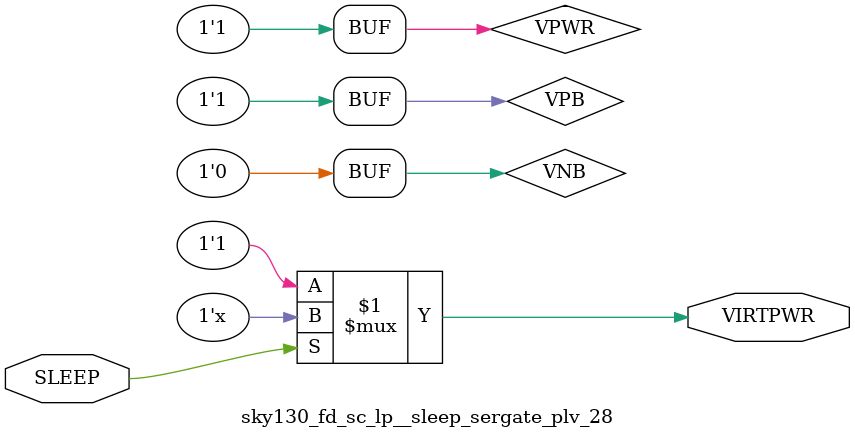
<source format=v>
/*
 * Copyright 2020 The SkyWater PDK Authors
 *
 * Licensed under the Apache License, Version 2.0 (the "License");
 * you may not use this file except in compliance with the License.
 * You may obtain a copy of the License at
 *
 *     https://www.apache.org/licenses/LICENSE-2.0
 *
 * Unless required by applicable law or agreed to in writing, software
 * distributed under the License is distributed on an "AS IS" BASIS,
 * WITHOUT WARRANTIES OR CONDITIONS OF ANY KIND, either express or implied.
 * See the License for the specific language governing permissions and
 * limitations under the License.
 *
 * SPDX-License-Identifier: Apache-2.0
*/


`ifndef SKY130_FD_SC_LP__SLEEP_SERGATE_PLV_28_TIMING_V
`define SKY130_FD_SC_LP__SLEEP_SERGATE_PLV_28_TIMING_V

/**
 * sleep_sergate_plv: connect vpr to virtpwr when not in sleep mode.
 *
 * Verilog simulation timing model.
 */

`timescale 1ns / 1ps
`default_nettype none

`celldefine
module sky130_fd_sc_lp__sleep_sergate_plv_28 (
    VIRTPWR,
    SLEEP
);

    // Module ports
    output VIRTPWR;
    input  SLEEP  ;

    // Module supplies
    supply1 VPWR;
    supply1 VPB ;
    supply0 VNB ;

    // Local signals
    wire vgnd;

    //       Name       Output   Other arguments
    pulldown pulldown0 (vgnd   );
    bufif0   bufif00   (VIRTPWR, VPWR, SLEEP    );

specify
(SLEEP => VIRTPWR) = (0:0:0,0:0:0,0:0:0,0:0:0,0:0:0,0:0:0);
endspecify
endmodule
`endcelldefine

`default_nettype wire
`endif  // SKY130_FD_SC_LP__SLEEP_SERGATE_PLV_28_TIMING_V

</source>
